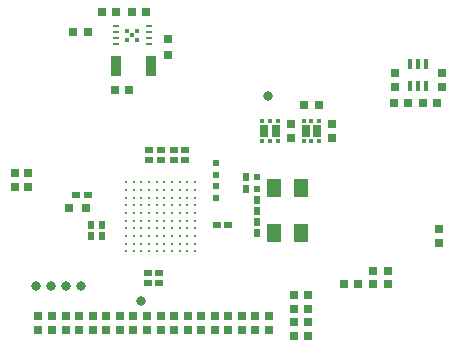
<source format=gbp>
G04 Layer_Color=128*
%FSLAX43Y43*%
%MOMM*%
G71*
G01*
G75*
%ADD15R,0.650X0.500*%
%ADD27R,0.700X0.700*%
%ADD28R,0.550X0.600*%
%ADD29R,0.650X0.800*%
%ADD30R,0.500X0.650*%
%ADD32R,0.800X0.650*%
%ADD49C,0.400*%
%ADD63R,1.300X1.600*%
%ADD64C,0.800*%
%ADD67R,0.600X0.250*%
%ADD68C,0.280*%
%ADD69R,0.720X1.050*%
%ADD70R,0.350X0.300*%
%ADD71R,0.350X0.850*%
%ADD72R,0.762X0.762*%
%ADD73R,0.950X1.750*%
%ADD129R,0.200X0.100*%
D15*
X-25175Y-26400D02*
D03*
X-26125D02*
D03*
X-25175Y-25500D02*
D03*
X-26125D02*
D03*
X-19325Y-21425D02*
D03*
X-20275D02*
D03*
X-32150Y-18900D02*
D03*
X-31200D02*
D03*
X-22925Y-16000D02*
D03*
X-23875D02*
D03*
X-22925Y-15100D02*
D03*
X-23875D02*
D03*
X-25975D02*
D03*
X-25025D02*
D03*
X-25975Y-16000D02*
D03*
X-25025D02*
D03*
D27*
X-31375Y-20000D02*
D03*
X-32775D02*
D03*
D28*
X-16900Y-18400D02*
D03*
Y-17400D02*
D03*
X-20300Y-18200D02*
D03*
Y-19200D02*
D03*
Y-17200D02*
D03*
Y-16200D02*
D03*
D29*
X-20425Y-29175D02*
D03*
Y-30375D02*
D03*
X-21575Y-29175D02*
D03*
Y-30375D02*
D03*
X-22725Y-29175D02*
D03*
Y-30375D02*
D03*
X-23875Y-29175D02*
D03*
Y-30375D02*
D03*
X-25025Y-29175D02*
D03*
Y-30375D02*
D03*
X-36225Y-18225D02*
D03*
Y-17025D02*
D03*
X-37375Y-17025D02*
D03*
Y-18225D02*
D03*
X-14000Y-14100D02*
D03*
Y-12900D02*
D03*
X-31925Y-29175D02*
D03*
Y-30375D02*
D03*
X-29625Y-30375D02*
D03*
Y-29175D02*
D03*
X-10500Y-12900D02*
D03*
Y-14100D02*
D03*
X-1200Y-8600D02*
D03*
Y-9800D02*
D03*
X-5200Y-9800D02*
D03*
Y-8600D02*
D03*
X-28475Y-30375D02*
D03*
Y-29175D02*
D03*
X-27325Y-30375D02*
D03*
Y-29175D02*
D03*
X-30775Y-30375D02*
D03*
Y-29175D02*
D03*
X-34225Y-30375D02*
D03*
Y-29175D02*
D03*
X-33075Y-30375D02*
D03*
Y-29175D02*
D03*
X-35375Y-30375D02*
D03*
Y-29175D02*
D03*
X-1450Y-21775D02*
D03*
Y-22975D02*
D03*
X-26175Y-30375D02*
D03*
Y-29175D02*
D03*
X-19275Y-29175D02*
D03*
Y-30375D02*
D03*
X-18150Y-29175D02*
D03*
Y-30375D02*
D03*
X-15850Y-29175D02*
D03*
Y-30375D02*
D03*
X-17000Y-29175D02*
D03*
Y-30375D02*
D03*
D30*
X-16900Y-20275D02*
D03*
Y-19325D02*
D03*
X-30875Y-22375D02*
D03*
Y-21425D02*
D03*
X-30000Y-22375D02*
D03*
Y-21425D02*
D03*
X-17800Y-18375D02*
D03*
Y-17425D02*
D03*
X-16900Y-21225D02*
D03*
Y-22175D02*
D03*
D32*
X-11650Y-11275D02*
D03*
X-12850D02*
D03*
X-26275Y-3400D02*
D03*
X-27475D02*
D03*
X-31200Y-5150D02*
D03*
X-32400D02*
D03*
X-28900Y-10025D02*
D03*
X-27700D02*
D03*
X-5800Y-26500D02*
D03*
X-7000D02*
D03*
X-9500D02*
D03*
X-8300D02*
D03*
X-7000Y-25350D02*
D03*
X-5800D02*
D03*
X-2800Y-11100D02*
D03*
X-1600D02*
D03*
X-5300D02*
D03*
X-4100D02*
D03*
X-28800Y-3400D02*
D03*
X-30000D02*
D03*
X-13750Y-27425D02*
D03*
X-12550D02*
D03*
X-13750Y-28550D02*
D03*
X-12550D02*
D03*
X-13750Y-29700D02*
D03*
X-12550D02*
D03*
X-13750Y-30850D02*
D03*
X-12550D02*
D03*
D49*
X-27850Y-5000D02*
D03*
X-27000D02*
D03*
Y-5800D02*
D03*
X-27850D02*
D03*
X-27425Y-5400D02*
D03*
D63*
X-13100Y-22150D02*
D03*
Y-18350D02*
D03*
X-15400D02*
D03*
Y-22150D02*
D03*
D64*
X-35560Y-26670D02*
D03*
X-34290D02*
D03*
X-33020D02*
D03*
X-31750D02*
D03*
X-15925Y-10500D02*
D03*
X-26670Y-27940D02*
D03*
D67*
X-26025Y-4650D02*
D03*
Y-5150D02*
D03*
Y-6150D02*
D03*
Y-5650D02*
D03*
X-28825D02*
D03*
Y-6150D02*
D03*
Y-5150D02*
D03*
Y-4650D02*
D03*
D68*
X-27950Y-17850D02*
D03*
X-27300D02*
D03*
X-26650D02*
D03*
X-26000D02*
D03*
X-25350D02*
D03*
X-24700D02*
D03*
X-24050D02*
D03*
X-23400D02*
D03*
X-22750D02*
D03*
X-22100D02*
D03*
X-27950Y-18500D02*
D03*
X-27300D02*
D03*
X-26650D02*
D03*
X-26000D02*
D03*
X-25350D02*
D03*
X-24700D02*
D03*
X-24050D02*
D03*
X-23400D02*
D03*
X-22750D02*
D03*
X-22100D02*
D03*
X-27950Y-19150D02*
D03*
X-27300D02*
D03*
X-26650D02*
D03*
X-26000D02*
D03*
X-25350D02*
D03*
X-24700D02*
D03*
X-24050D02*
D03*
X-23400D02*
D03*
X-22750D02*
D03*
X-27950Y-19800D02*
D03*
X-27300D02*
D03*
X-26650D02*
D03*
X-26000D02*
D03*
X-25350D02*
D03*
X-24700D02*
D03*
X-24050D02*
D03*
X-23400D02*
D03*
X-22750D02*
D03*
X-27950Y-20450D02*
D03*
X-27300D02*
D03*
X-26650D02*
D03*
X-26000D02*
D03*
X-25350D02*
D03*
X-24700D02*
D03*
X-24050D02*
D03*
X-23400D02*
D03*
X-22750D02*
D03*
X-27950Y-21750D02*
D03*
X-27300D02*
D03*
X-26650D02*
D03*
X-26000D02*
D03*
X-25350D02*
D03*
X-24700D02*
D03*
X-24050D02*
D03*
X-23400D02*
D03*
X-22750D02*
D03*
X-27950Y-22400D02*
D03*
X-27300D02*
D03*
X-26650D02*
D03*
X-26000D02*
D03*
X-25350D02*
D03*
X-24700D02*
D03*
X-24050D02*
D03*
X-23400D02*
D03*
X-22750D02*
D03*
X-27950Y-23050D02*
D03*
X-27300D02*
D03*
X-26650D02*
D03*
X-26000D02*
D03*
X-25350D02*
D03*
X-24700D02*
D03*
X-24050D02*
D03*
X-23400D02*
D03*
X-22750D02*
D03*
X-27950Y-23700D02*
D03*
X-27300D02*
D03*
X-26650D02*
D03*
X-26000D02*
D03*
X-25350D02*
D03*
X-24700D02*
D03*
X-24050D02*
D03*
X-23400D02*
D03*
X-22750D02*
D03*
X-27950Y-21100D02*
D03*
X-27300D02*
D03*
X-26650D02*
D03*
X-26000D02*
D03*
X-25350D02*
D03*
X-24700D02*
D03*
X-24050D02*
D03*
X-23400D02*
D03*
X-22750D02*
D03*
X-22100D02*
D03*
Y-19150D02*
D03*
Y-19800D02*
D03*
Y-20450D02*
D03*
Y-21750D02*
D03*
Y-22400D02*
D03*
Y-23050D02*
D03*
Y-23700D02*
D03*
D69*
X-11760Y-13500D02*
D03*
X-12740Y-13500D02*
D03*
X-16240Y-13500D02*
D03*
X-15260Y-13500D02*
D03*
D70*
X-12900Y-14375D02*
D03*
X-12250D02*
D03*
X-11600D02*
D03*
Y-12625D02*
D03*
X-12250D02*
D03*
X-12900D02*
D03*
X-15100D02*
D03*
X-15750D02*
D03*
X-16400D02*
D03*
Y-14375D02*
D03*
X-15750D02*
D03*
X-15100D02*
D03*
D71*
X-3875Y-7875D02*
D03*
X-3225D02*
D03*
X-2575D02*
D03*
Y-9725D02*
D03*
X-3225D02*
D03*
X-3875D02*
D03*
D72*
X-24425Y-7074D02*
D03*
Y-5676D02*
D03*
D73*
X-28825Y-7975D02*
D03*
X-25875D02*
D03*
D129*
X-27425Y-5400D02*
D03*
M02*

</source>
